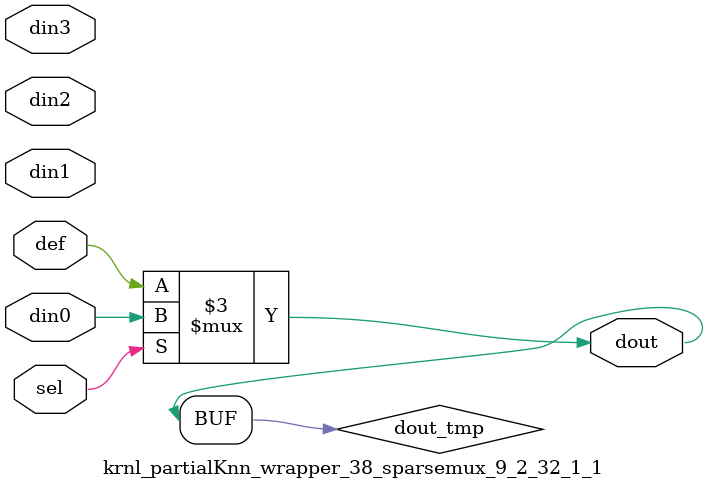
<source format=v>
`timescale 1ns / 1ps

module krnl_partialKnn_wrapper_38_sparsemux_9_2_32_1_1 (din0,din1,din2,din3,def,sel,dout);

parameter din0_WIDTH = 1;

parameter din1_WIDTH = 1;

parameter din2_WIDTH = 1;

parameter din3_WIDTH = 1;

parameter def_WIDTH = 1;
parameter sel_WIDTH = 1;
parameter dout_WIDTH = 1;

parameter [sel_WIDTH-1:0] CASE0 = 1;

parameter [sel_WIDTH-1:0] CASE1 = 1;

parameter [sel_WIDTH-1:0] CASE2 = 1;

parameter [sel_WIDTH-1:0] CASE3 = 1;

parameter ID = 1;
parameter NUM_STAGE = 1;



input [din0_WIDTH-1:0] din0;

input [din1_WIDTH-1:0] din1;

input [din2_WIDTH-1:0] din2;

input [din3_WIDTH-1:0] din3;

input [def_WIDTH-1:0] def;
input [sel_WIDTH-1:0] sel;

output [dout_WIDTH-1:0] dout;



reg [dout_WIDTH-1:0] dout_tmp;

always @ (*) begin
case (sel)
    
    CASE0 : dout_tmp = din0;
    
    CASE1 : dout_tmp = din1;
    
    CASE2 : dout_tmp = din2;
    
    CASE3 : dout_tmp = din3;
    
    default : dout_tmp = def;
endcase
end


assign dout = dout_tmp;



endmodule

</source>
